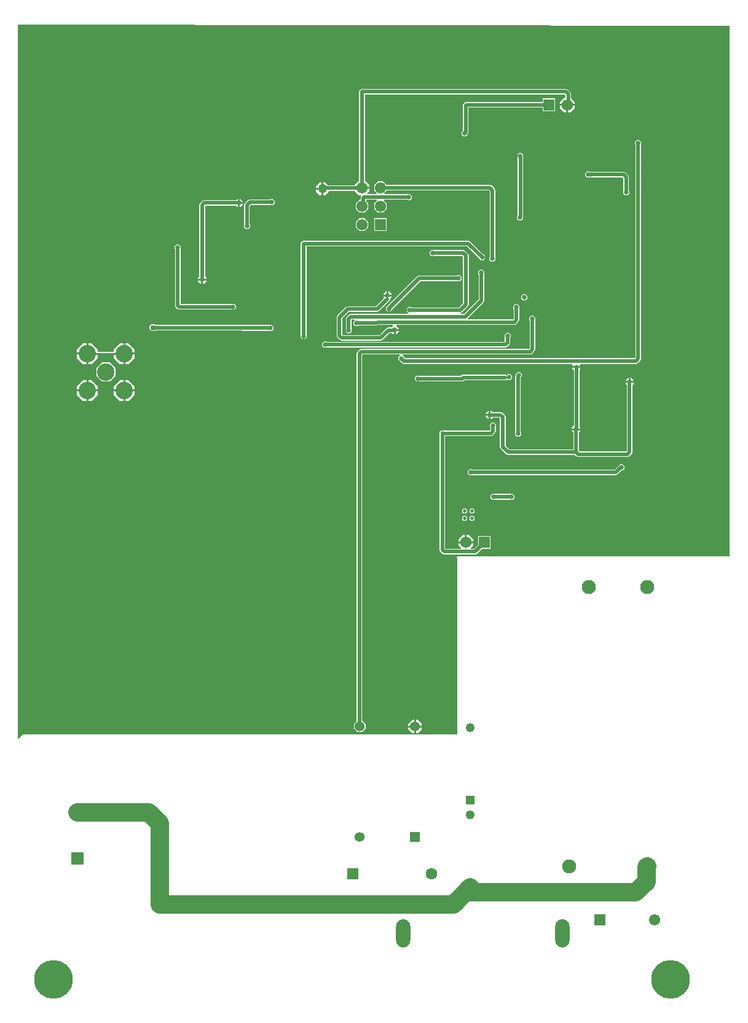
<source format=gbl>
G04*
G04 #@! TF.GenerationSoftware,Altium Limited,Altium Designer,21.3.2 (30)*
G04*
G04 Layer_Physical_Order=2*
G04 Layer_Color=16711680*
%FSLAX24Y24*%
%MOIN*%
G70*
G04*
G04 #@! TF.SameCoordinates,7650AEDF-855E-494F-9EC9-4397D0FFA18E*
G04*
G04*
G04 #@! TF.FilePolarity,Positive*
G04*
G01*
G75*
%ADD57C,0.0630*%
%ADD58R,0.0630X0.0630*%
%ADD61R,0.0618X0.0618*%
%ADD62C,0.0618*%
%ADD65R,0.0610X0.0610*%
%ADD66C,0.0610*%
%ADD67C,0.0492*%
%ADD68R,0.0492X0.0492*%
%ADD99C,0.1000*%
%ADD100C,0.0200*%
%ADD101C,0.0090*%
%ADD104C,0.0768*%
%ADD105R,0.0610X0.0610*%
%ADD106C,0.0535*%
%ADD107R,0.0535X0.0535*%
%ADD108R,0.0709X0.0709*%
%ADD109C,0.0709*%
%ADD110C,0.0945*%
%ADD111O,0.0768X0.1535*%
%ADD112C,0.2100*%
%ADD113C,0.0250*%
%ADD114C,0.0197*%
%ADD115C,0.0500*%
%ADD116C,0.0300*%
G36*
X38620Y53731D02*
X38620Y53730D01*
Y25010D01*
X38650Y24976D01*
X38630Y24930D01*
X23870D01*
X23815Y24875D01*
X23870Y24820D01*
Y15270D01*
X320D01*
X66Y15016D01*
X20Y15035D01*
Y53765D01*
X55Y53800D01*
X38620Y53731D01*
D02*
G37*
G36*
X20840Y6620D02*
X20850Y6630D01*
X20910D01*
X20840Y6620D01*
D02*
G37*
%LPC*%
G36*
X29763Y50308D02*
X18686D01*
X18579Y50263D01*
X18535Y50156D01*
Y45345D01*
X18518D01*
X18281Y45108D01*
Y45067D01*
X16858D01*
X16685Y45240D01*
X16590D01*
Y44890D01*
Y44540D01*
X16685D01*
X16890Y44745D01*
Y44763D01*
X18290D01*
X18518Y44535D01*
X18628D01*
X18651Y44485D01*
X18613Y44392D01*
Y44285D01*
X18543D01*
X18341Y44083D01*
Y43797D01*
X18543Y43595D01*
X18829D01*
X19031Y43797D01*
Y44083D01*
X18916Y44198D01*
Y44283D01*
X18936D01*
X18948Y44288D01*
X19476D01*
X19497Y44238D01*
X19341Y44083D01*
Y43797D01*
X19543Y43595D01*
X19829D01*
X20031Y43797D01*
Y44083D01*
X19876Y44238D01*
X19896Y44288D01*
X21148D01*
X21162Y44275D01*
X21298D01*
X21395Y44372D01*
Y44508D01*
X21298Y44605D01*
X21162D01*
X21148Y44592D01*
X19896D01*
X19876Y44642D01*
X20023Y44788D01*
X25569D01*
X25608Y44750D01*
Y41169D01*
X25594Y41156D01*
Y41019D01*
X25691Y40922D01*
X25828D01*
X25924Y41019D01*
Y41156D01*
X25911Y41169D01*
Y44813D01*
X25867Y44920D01*
X25739Y45047D01*
X25632Y45092D01*
X20023D01*
X19829Y45285D01*
X19543D01*
X19341Y45083D01*
Y44797D01*
X19497Y44642D01*
X19476Y44592D01*
X18981D01*
X18961Y44642D01*
X19091Y44772D01*
Y44890D01*
X18686D01*
Y44990D01*
X19091D01*
Y45108D01*
X18854Y45345D01*
X18838D01*
Y50005D01*
X29700D01*
X29728Y49976D01*
Y49843D01*
X29651D01*
X29411Y49604D01*
Y49484D01*
X30229D01*
Y49604D01*
X30032Y49801D01*
Y50039D01*
X29987Y50146D01*
X29870Y50263D01*
X29763Y50308D01*
D02*
G37*
G36*
X29169Y49783D02*
X28471D01*
Y49586D01*
X24313D01*
X24206Y49541D01*
X24161Y49434D01*
Y48025D01*
X24095Y47958D01*
Y47822D01*
X24192Y47725D01*
X24328D01*
X24425Y47822D01*
Y47848D01*
X24464Y47943D01*
Y49283D01*
X28471D01*
Y49085D01*
X29169D01*
Y49783D01*
D02*
G37*
G36*
X30229Y49384D02*
X29870D01*
Y49025D01*
X29989D01*
X30229Y49265D01*
Y49384D01*
D02*
G37*
G36*
X29770D02*
X29411D01*
Y49265D01*
X29651Y49025D01*
X29770D01*
Y49384D01*
D02*
G37*
G36*
X16490Y45240D02*
X16395D01*
X16190Y45035D01*
Y44940D01*
X16490D01*
Y45240D01*
D02*
G37*
G36*
Y44840D02*
X16190D01*
Y44745D01*
X16395Y44540D01*
X16490D01*
Y44840D01*
D02*
G37*
G36*
X31008Y45825D02*
X30872D01*
X30775Y45728D01*
Y45592D01*
X30872Y45495D01*
X31008D01*
X31025Y45511D01*
X31080Y45488D01*
X31104Y45498D01*
X32830D01*
X32858Y45470D01*
Y44782D01*
X32845Y44768D01*
Y44632D01*
X32942Y44535D01*
X33078D01*
X33175Y44632D01*
Y44768D01*
X33162Y44782D01*
Y45533D01*
X33117Y45640D01*
X33000Y45757D01*
X32893Y45802D01*
X31090D01*
X31049Y45784D01*
X31008Y45825D01*
D02*
G37*
G36*
X12103Y44345D02*
X12060D01*
Y44170D01*
X12235D01*
Y44213D01*
X12103Y44345D01*
D02*
G37*
G36*
X13858Y44325D02*
X13722D01*
X13708Y44312D01*
X12607D01*
X12500Y44267D01*
X12333Y44100D01*
X12288Y43993D01*
Y42942D01*
X12275Y42928D01*
Y42792D01*
X12372Y42695D01*
X12508D01*
X12605Y42792D01*
Y42928D01*
X12592Y42942D01*
Y43930D01*
X12670Y44008D01*
X13708D01*
X13722Y43995D01*
X13858D01*
X13955Y44092D01*
Y44228D01*
X13858Y44325D01*
D02*
G37*
G36*
X12235Y44070D02*
X12060D01*
Y43895D01*
X12103D01*
X12235Y44027D01*
Y44070D01*
D02*
G37*
G36*
X11960Y44345D02*
X11917D01*
X11843Y44272D01*
X10137D01*
X10030Y44227D01*
X9913Y44110D01*
X9868Y44003D01*
Y40117D01*
X9795Y40043D01*
Y40000D01*
X10245D01*
Y40043D01*
X10172Y40117D01*
Y43940D01*
X10200Y43968D01*
X11843D01*
X11917Y43895D01*
X11960D01*
Y44120D01*
Y44345D01*
D02*
G37*
G36*
X27338Y46835D02*
X27202D01*
X27105Y46738D01*
Y46602D01*
X27128Y46578D01*
Y43424D01*
X27095Y43391D01*
Y43254D01*
X27192Y43158D01*
X27328D01*
X27425Y43254D01*
Y43362D01*
X27432Y43378D01*
Y46598D01*
X27435Y46602D01*
Y46738D01*
X27338Y46835D01*
D02*
G37*
G36*
X20031Y43285D02*
X19341D01*
Y42595D01*
X20031D01*
Y43285D01*
D02*
G37*
G36*
X18829D02*
X18543D01*
X18341Y43083D01*
Y42797D01*
X18543Y42595D01*
X18829D01*
X19031Y42797D01*
Y43083D01*
X18829Y43285D01*
D02*
G37*
G36*
X24446Y42059D02*
X15520D01*
X15413Y42014D01*
X15368Y41907D01*
Y36962D01*
X15355Y36948D01*
Y36812D01*
X15452Y36715D01*
X15588D01*
X15685Y36812D01*
Y36948D01*
X15672Y36962D01*
Y41756D01*
X24383D01*
X25039Y41101D01*
Y41082D01*
X25135Y40985D01*
X25272D01*
X25369Y41082D01*
Y41218D01*
X25272Y41315D01*
X25253D01*
X24553Y42014D01*
X24446Y42059D01*
D02*
G37*
G36*
X23988Y40185D02*
X23852D01*
X23838Y40172D01*
X21777D01*
X21670Y40127D01*
X20901Y39358D01*
X20088Y38545D01*
X20082D01*
X19985Y38448D01*
Y38312D01*
X20082Y38215D01*
X20218D01*
X20315Y38312D01*
Y38344D01*
X21116Y39144D01*
X21116Y39144D01*
X21840Y39868D01*
X23838D01*
X23852Y39855D01*
X23988D01*
X24085Y39952D01*
Y40088D01*
X23988Y40185D01*
D02*
G37*
G36*
X10245Y39900D02*
X10070D01*
Y39725D01*
X10113D01*
X10245Y39857D01*
Y39900D01*
D02*
G37*
G36*
X9970D02*
X9795D01*
Y39857D01*
X9927Y39725D01*
X9970D01*
Y39900D01*
D02*
G37*
G36*
X20163Y39315D02*
X20120D01*
Y39140D01*
X20295D01*
Y39183D01*
X20163Y39315D01*
D02*
G37*
G36*
X20020D02*
X19977D01*
X19845Y39183D01*
Y39140D01*
X20020D01*
Y39315D01*
D02*
G37*
G36*
X27558Y39175D02*
X27422D01*
X27325Y39078D01*
Y38942D01*
X27422Y38845D01*
X27558D01*
X27655Y38942D01*
Y39078D01*
X27558Y39175D01*
D02*
G37*
G36*
X22579Y41562D02*
X22442D01*
X22346Y41466D01*
Y41329D01*
X22442Y41233D01*
X22579D01*
X22592Y41246D01*
X24123D01*
X24168Y41201D01*
Y38653D01*
X23957Y38442D01*
X21352D01*
X21338Y38455D01*
X21202D01*
X21105Y38358D01*
Y38222D01*
X21185Y38142D01*
X21164Y38092D01*
X18087D01*
X17980Y38047D01*
X17863Y37930D01*
X17818Y37823D01*
Y37272D01*
X17805Y37258D01*
Y37122D01*
X17902Y37025D01*
X18038D01*
X18135Y37122D01*
Y37258D01*
X18122Y37272D01*
Y37760D01*
X18150Y37788D01*
X18264D01*
X18285Y37738D01*
X18225Y37678D01*
Y37542D01*
X18322Y37445D01*
X18458D01*
X18472Y37458D01*
X19490D01*
X19563Y37488D01*
X20351D01*
X20360Y37438D01*
X20284Y37362D01*
X20120D01*
X20013Y37318D01*
X19637Y36942D01*
X17650D01*
X17622Y36970D01*
Y37847D01*
X17983Y38208D01*
X19520D01*
X19627Y38253D01*
X20177Y38803D01*
X20222Y38910D01*
X20218Y38919D01*
X20295Y38997D01*
Y39040D01*
X19845D01*
Y38997D01*
X19894Y38948D01*
X19457Y38512D01*
X17920D01*
X17813Y38467D01*
X17363Y38017D01*
X17318Y37910D01*
Y36907D01*
X17363Y36800D01*
X17480Y36683D01*
X17587Y36638D01*
X19700D01*
X19807Y36683D01*
X20183Y37059D01*
X20303D01*
X20367Y36995D01*
X20410D01*
Y37220D01*
X20460D01*
Y37270D01*
X20685D01*
Y37313D01*
X20560Y37438D01*
X20569Y37488D01*
X26942D01*
X27050Y37533D01*
X27167Y37650D01*
X27211Y37757D01*
Y38378D01*
X27215Y38382D01*
Y38518D01*
X27118Y38615D01*
X26982D01*
X26885Y38518D01*
Y38382D01*
X26908Y38359D01*
Y37820D01*
X26880Y37792D01*
X24418D01*
X24406Y37842D01*
X25267Y38703D01*
X25312Y38810D01*
Y40238D01*
X25325Y40252D01*
Y40388D01*
X25228Y40485D01*
X25092D01*
X24995Y40388D01*
Y40252D01*
X25008Y40238D01*
Y38873D01*
X24227Y38092D01*
X24027D01*
X24020Y38138D01*
X24127Y38183D01*
X24427Y38483D01*
X24472Y38590D01*
Y41263D01*
X24427Y41371D01*
X24293Y41505D01*
X24186Y41549D01*
X22592D01*
X22579Y41562D01*
D02*
G37*
G36*
X8768Y41865D02*
X8631D01*
X8534Y41768D01*
Y41631D01*
X8548Y41618D01*
Y38533D01*
X8592Y38426D01*
X8630Y38410D01*
X8645Y38373D01*
X8752Y38328D01*
X11598D01*
X11612Y38315D01*
X11748D01*
X11845Y38412D01*
Y38548D01*
X11748Y38645D01*
X11612D01*
X11598Y38632D01*
X8851D01*
Y41618D01*
X8864Y41631D01*
Y41768D01*
X8768Y41865D01*
D02*
G37*
G36*
X7439Y37530D02*
X7281D01*
X7170Y37419D01*
Y37261D01*
X7281Y37150D01*
X7439D01*
X7477Y37188D01*
X12179D01*
X12204Y37178D01*
X13653D01*
X13667Y37164D01*
X13803D01*
X13900Y37261D01*
Y37398D01*
X13803Y37494D01*
X13667D01*
X13653Y37481D01*
X12219D01*
X12194Y37492D01*
X7477D01*
X7439Y37530D01*
D02*
G37*
G36*
X20685Y37170D02*
X20510D01*
Y36995D01*
X20553D01*
X20685Y37127D01*
Y37170D01*
D02*
G37*
G36*
X26648Y37065D02*
X26512D01*
X26415Y36968D01*
Y36832D01*
X26428Y36818D01*
Y36600D01*
X26400Y36572D01*
X16772D01*
X16758Y36585D01*
X16622D01*
X16525Y36488D01*
Y36352D01*
X16622Y36255D01*
X16758D01*
X16772Y36268D01*
X26463D01*
X26570Y36313D01*
X26687Y36430D01*
X26732Y36537D01*
Y36818D01*
X26745Y36832D01*
Y36968D01*
X26648Y37065D01*
D02*
G37*
G36*
X5744Y36512D02*
X5557D01*
X5222Y36177D01*
Y36032D01*
X4367D01*
Y36177D01*
X4032Y36512D01*
X3844D01*
Y35940D01*
Y35368D01*
X4032D01*
X4367Y35703D01*
Y35848D01*
X5222D01*
Y35703D01*
X5557Y35368D01*
X5744D01*
Y35940D01*
Y36512D01*
D02*
G37*
G36*
X6032D02*
X5844D01*
Y35990D01*
X6367D01*
Y36177D01*
X6032Y36512D01*
D02*
G37*
G36*
X3744D02*
X3557D01*
X3222Y36177D01*
Y35990D01*
X3744D01*
Y36512D01*
D02*
G37*
G36*
X33733Y47530D02*
X33596D01*
X33500Y47433D01*
Y47296D01*
X33513Y47283D01*
Y35710D01*
X33485Y35682D01*
X21028D01*
X20980Y35729D01*
Y35748D01*
X20890Y35838D01*
X20899Y35888D01*
X27813D01*
X27920Y35933D01*
X28037Y36050D01*
X28082Y36157D01*
Y37738D01*
X28095Y37752D01*
Y37888D01*
X27998Y37985D01*
X27862D01*
X27765Y37888D01*
Y37752D01*
X27778Y37738D01*
Y36220D01*
X27750Y36192D01*
X18667D01*
X18560Y36147D01*
X18443Y36030D01*
X18398Y35923D01*
Y16397D01*
Y15953D01*
X18263Y15817D01*
Y15563D01*
X18443Y15383D01*
X18697D01*
X18877Y15563D01*
Y15817D01*
X18702Y15993D01*
Y16418D01*
X18715Y16450D01*
X18702Y16482D01*
Y35860D01*
X18730Y35888D01*
X20731D01*
X20740Y35838D01*
X20650Y35748D01*
Y35612D01*
X20747Y35515D01*
X20766D01*
X20858Y35423D01*
X20965Y35378D01*
X30100D01*
X30119Y35332D01*
X30085Y35298D01*
Y35255D01*
X30535D01*
Y35298D01*
X30501Y35332D01*
X30520Y35378D01*
X33548D01*
X33655Y35423D01*
X33772Y35540D01*
X33816Y35647D01*
Y47283D01*
X33830Y47296D01*
Y47433D01*
X33733Y47530D01*
D02*
G37*
G36*
X6367Y35890D02*
X5844D01*
Y35368D01*
X6032D01*
X6367Y35703D01*
Y35890D01*
D02*
G37*
G36*
X3744D02*
X3222D01*
Y35703D01*
X3557Y35368D01*
X3744D01*
Y35890D01*
D02*
G37*
G36*
X26708Y34825D02*
X26572D01*
X26518Y34772D01*
X26470Y34792D01*
X24177D01*
X24070Y34747D01*
X24054Y34732D01*
X21802D01*
X21788Y34745D01*
X21652D01*
X21555Y34648D01*
Y34512D01*
X21652Y34415D01*
X21788D01*
X21802Y34428D01*
X24117D01*
X24224Y34473D01*
X24240Y34488D01*
X26470D01*
X26546Y34520D01*
X26572Y34495D01*
X26708D01*
X26805Y34592D01*
Y34728D01*
X26708Y34825D01*
D02*
G37*
G36*
X33293Y34625D02*
X33250D01*
Y34450D01*
X33425D01*
Y34493D01*
X33293Y34625D01*
D02*
G37*
G36*
X33150D02*
X33107D01*
X32975Y34493D01*
Y34450D01*
X33150D01*
Y34625D01*
D02*
G37*
G36*
X5007Y35452D02*
X4582D01*
X4282Y35152D01*
Y34728D01*
X4582Y34428D01*
X5007D01*
X5307Y34728D01*
Y35152D01*
X5007Y35452D01*
D02*
G37*
G36*
X6032Y34512D02*
X5844D01*
Y33990D01*
X6367D01*
Y34177D01*
X6032Y34512D01*
D02*
G37*
G36*
X5744D02*
X5557D01*
X5222Y34177D01*
Y33990D01*
X5744D01*
Y34512D01*
D02*
G37*
G36*
X4032D02*
X3844D01*
Y33990D01*
X4367D01*
Y34177D01*
X4032Y34512D01*
D02*
G37*
G36*
X3744D02*
X3557D01*
X3222Y34177D01*
Y33990D01*
X3744D01*
Y34512D01*
D02*
G37*
G36*
X6367Y33890D02*
X5844D01*
Y33368D01*
X6032D01*
X6367Y33703D01*
Y33890D01*
D02*
G37*
G36*
X5744D02*
X5222D01*
Y33703D01*
X5557Y33368D01*
X5744D01*
Y33890D01*
D02*
G37*
G36*
X4367D02*
X3844D01*
Y33368D01*
X4032D01*
X4367Y33703D01*
Y33890D01*
D02*
G37*
G36*
X3744D02*
X3222D01*
Y33703D01*
X3557Y33368D01*
X3744D01*
Y33890D01*
D02*
G37*
G36*
X25570Y32835D02*
X25527D01*
X25395Y32703D01*
Y32660D01*
X25570D01*
Y32835D01*
D02*
G37*
G36*
Y32560D02*
X25395D01*
Y32517D01*
X25527Y32385D01*
X25570D01*
Y32560D01*
D02*
G37*
G36*
X30535Y35155D02*
X30085D01*
Y35112D01*
X30178Y35018D01*
Y32037D01*
X30065Y31923D01*
Y31880D01*
X30515D01*
Y31923D01*
X30482Y31957D01*
Y35058D01*
X30535Y35112D01*
Y35155D01*
D02*
G37*
G36*
X25858Y32195D02*
X25722D01*
X25625Y32098D01*
Y31962D01*
X25638Y31948D01*
Y31790D01*
X25610Y31762D01*
X23064D01*
X23040Y31772D01*
X22933Y31727D01*
X22888Y31620D01*
Y25300D01*
X22933Y25193D01*
X23052Y25074D01*
X23159Y25029D01*
X24811D01*
X24918Y25074D01*
X25185Y25341D01*
X25669D01*
Y26039D01*
X24971D01*
Y25555D01*
X24748Y25332D01*
X24606D01*
X24587Y25379D01*
X24729Y25521D01*
Y25640D01*
X24320D01*
X23911D01*
Y25521D01*
X24053Y25379D01*
X24034Y25332D01*
X23222D01*
X23192Y25363D01*
Y31458D01*
X25673D01*
X25780Y31503D01*
X25897Y31620D01*
X25942Y31727D01*
Y31948D01*
X25955Y31962D01*
Y32098D01*
X25858Y32195D01*
D02*
G37*
G36*
X27248Y34935D02*
X27112D01*
X27015Y34838D01*
Y34766D01*
X26998Y34726D01*
Y31682D01*
X26985Y31668D01*
Y31532D01*
X27082Y31435D01*
X27218D01*
X27315Y31532D01*
Y31668D01*
X27302Y31682D01*
Y34658D01*
X27345Y34702D01*
Y34838D01*
X27248Y34935D01*
D02*
G37*
G36*
X33425Y34350D02*
X32975D01*
Y34307D01*
X33048Y34233D01*
Y30650D01*
X33020Y30622D01*
X30470D01*
X30442Y30650D01*
Y31663D01*
X30515Y31737D01*
Y31780D01*
X30065D01*
Y31737D01*
X30138Y31663D01*
Y30739D01*
X26676D01*
X26472Y30943D01*
Y32493D01*
X26427Y32600D01*
X26310Y32717D01*
X26203Y32762D01*
X25787D01*
X25713Y32835D01*
X25670D01*
Y32610D01*
Y32385D01*
X25713D01*
X25787Y32458D01*
X26140D01*
X26168Y32430D01*
Y30880D01*
X26213Y30773D01*
X26506Y30480D01*
X26613Y30436D01*
X30227D01*
X30300Y30363D01*
X30407Y30318D01*
X33083D01*
X33190Y30363D01*
X33307Y30480D01*
X33352Y30587D01*
Y34233D01*
X33425Y34307D01*
Y34350D01*
D02*
G37*
G36*
X32808Y29925D02*
X32672D01*
X32575Y29828D01*
Y29823D01*
X32394Y29642D01*
X24662D01*
X24648Y29655D01*
X24512D01*
X24415Y29558D01*
Y29422D01*
X24512Y29325D01*
X24648D01*
X24662Y29338D01*
X32456D01*
X32564Y29383D01*
X32776Y29595D01*
X32808D01*
X32905Y29692D01*
Y29828D01*
X32808Y29925D01*
D02*
G37*
G36*
X26867Y28339D02*
X26731D01*
X26705Y28314D01*
X25890D01*
X25888Y28315D01*
X25752D01*
X25655Y28218D01*
Y28082D01*
X25752Y27985D01*
X25888D01*
X25914Y28010D01*
X26729D01*
X26731Y28009D01*
X26867D01*
X26964Y28106D01*
Y28242D01*
X26867Y28339D01*
D02*
G37*
G36*
X24704Y27525D02*
X24589D01*
X24508Y27444D01*
Y27330D01*
X24589Y27248D01*
X24704D01*
X24785Y27330D01*
Y27444D01*
X24704Y27525D01*
D02*
G37*
G36*
X24310D02*
X24196D01*
X24115Y27444D01*
Y27330D01*
X24196Y27248D01*
X24310D01*
X24392Y27330D01*
Y27444D01*
X24310Y27525D01*
D02*
G37*
G36*
X24704Y27132D02*
X24589D01*
X24508Y27050D01*
Y26936D01*
X24589Y26855D01*
X24704D01*
X24785Y26936D01*
Y27050D01*
X24704Y27132D01*
D02*
G37*
G36*
X24310D02*
X24196D01*
X24115Y27050D01*
Y26936D01*
X24196Y26855D01*
X24310D01*
X24392Y26936D01*
Y27050D01*
X24310Y27132D01*
D02*
G37*
G36*
X24489Y26099D02*
X24370D01*
Y25740D01*
X24729D01*
Y25859D01*
X24489Y26099D01*
D02*
G37*
G36*
X24270D02*
X24151D01*
X23911Y25859D01*
Y25740D01*
X24270D01*
Y26099D01*
D02*
G37*
G36*
X21722Y16057D02*
X21620D01*
Y15740D01*
X21937D01*
Y15842D01*
X21722Y16057D01*
D02*
G37*
G36*
X21520D02*
X21418D01*
X21203Y15842D01*
Y15740D01*
X21520D01*
Y16057D01*
D02*
G37*
G36*
X21937Y15640D02*
X21620D01*
Y15323D01*
X21722D01*
X21937Y15538D01*
Y15640D01*
D02*
G37*
G36*
X21520D02*
X21203D01*
Y15538D01*
X21418Y15323D01*
X21520D01*
Y15640D01*
D02*
G37*
%LPD*%
D57*
X22461Y7690D02*
D03*
D58*
X18179D02*
D03*
D61*
X28820Y49434D02*
D03*
X25320Y25690D02*
D03*
D62*
X29820Y49434D02*
D03*
X24320Y25690D02*
D03*
D65*
X31594Y5190D02*
D03*
D66*
X18686Y42940D02*
D03*
X19686Y43940D02*
D03*
Y44940D02*
D03*
X18686Y43940D02*
D03*
Y44940D02*
D03*
X34546Y5190D02*
D03*
D67*
X24570Y10909D02*
D03*
Y15627D02*
D03*
D68*
Y6972D02*
D03*
Y11690D02*
D03*
D99*
X3250Y11030D02*
X7127D01*
X7713Y6040D02*
Y10444D01*
X7127Y11030D02*
X7713Y10444D01*
Y6040D02*
X23638D01*
X24570Y6972D01*
Y6683D02*
X33524D01*
X34110Y7269D01*
Y8048D02*
X34152Y8090D01*
X34110Y7269D02*
Y8048D01*
D100*
X10020Y39950D02*
Y44003D01*
X10137Y44120D02*
X11880D01*
X10020Y44003D02*
X10137Y44120D01*
X27930Y36157D02*
Y37820D01*
X18667Y36040D02*
X27813D01*
X27930Y36157D01*
X18550Y15710D02*
Y16397D01*
Y35923D01*
Y15710D02*
X18570Y15690D01*
X18550Y35923D02*
X18667Y36040D01*
X30320Y35160D02*
Y35195D01*
Y35160D02*
X30330Y35150D01*
Y31884D02*
Y35150D01*
X30290Y31844D02*
X30330Y31884D01*
X30290Y30587D02*
Y31844D01*
X30310Y35205D02*
X30320Y35195D01*
X33548Y35530D02*
X33665Y35647D01*
X20965Y35530D02*
X33548D01*
X33665Y35647D02*
Y47365D01*
X20815Y35680D02*
X20965Y35530D01*
X32726Y29760D02*
X32740D01*
X32456Y29490D02*
X32726Y29760D01*
X24580Y29490D02*
X32456D01*
X31090Y45650D02*
X32893D01*
X33010Y44700D02*
Y45533D01*
X32893Y45650D02*
X33010Y45533D01*
X27260Y43323D02*
X27270Y43332D01*
Y43368D02*
X27280Y43378D01*
X27270Y46656D02*
X27280Y46646D01*
Y43378D02*
Y46646D01*
X27270Y43332D02*
Y43368D01*
X27270Y46656D02*
Y46670D01*
X18686Y43940D02*
X18765Y44019D01*
Y44392D01*
X18807Y44435D01*
X18936D01*
X18941Y44440D01*
X21230D01*
X24186Y41398D02*
X24320Y41263D01*
X22511Y41398D02*
X24186D01*
X16540Y44890D02*
X16565Y44915D01*
X18661D02*
X18686Y44940D01*
X16565Y44915D02*
X18661D01*
X29820Y49434D02*
X29880Y49494D01*
X29763Y50156D02*
X29880Y50039D01*
X18686Y50156D02*
X29763D01*
X29880Y49494D02*
Y50039D01*
X18686Y44940D02*
Y50156D01*
X24313Y49434D02*
X28820D01*
X24313Y47943D02*
Y49434D01*
X24260Y47890D02*
X24313Y47943D01*
X21720Y34580D02*
X24117D01*
X24177Y34640D01*
X26470D01*
X15520Y41907D02*
X24446D01*
X25204Y41150D01*
X15520Y36880D02*
Y41907D01*
X25832Y28162D02*
X26787D01*
X17920Y38360D02*
X19520D01*
X20070Y38910D01*
X17470Y37910D02*
X17920Y38360D01*
X17470Y36907D02*
X17587Y36790D01*
X17470Y36907D02*
Y37910D01*
X17587Y36790D02*
X19700D01*
X17970Y37823D02*
X18087Y37940D01*
X17970Y37190D02*
Y37823D01*
X18087Y37940D02*
X24290D01*
X20120Y37210D02*
X20450D01*
X19700Y36790D02*
X20120Y37210D01*
X20450D02*
X20460Y37220D01*
X26320Y30880D02*
X26613Y30587D01*
X30290D01*
X26320Y30880D02*
Y32493D01*
X25620Y32610D02*
X26203D01*
X26320Y32493D01*
X30290Y30587D02*
X30407Y30470D01*
X33083D01*
X33200Y30587D01*
Y34400D01*
X26580Y36537D02*
Y36900D01*
X23040Y25300D02*
Y31620D01*
X23050Y31610D01*
X25790Y31727D02*
Y32030D01*
X25673Y31610D02*
X25790Y31727D01*
X23050Y31610D02*
X25673D01*
X23040Y25300D02*
X23159Y25181D01*
X24811D01*
X25320Y25690D01*
X20150Y38393D02*
X21008Y39251D01*
X20150Y38380D02*
Y38393D01*
X21008Y39251D02*
Y39251D01*
X18390Y37610D02*
X19490D01*
X19520Y37640D01*
X26463Y36420D02*
X26580Y36537D01*
X16690Y36420D02*
X26463D01*
X19520Y37640D02*
X26942D01*
X27060Y37757D02*
Y38440D01*
X26942Y37640D02*
X27060Y37757D01*
X24290Y37940D02*
X25160Y38810D01*
X21270Y38290D02*
X24020D01*
X24320Y38590D01*
Y41263D01*
X21008Y39251D02*
X21777Y40020D01*
X25759Y41087D02*
Y44813D01*
X19686Y44940D02*
X25632D01*
X25759Y44813D01*
X21777Y40020D02*
X23920D01*
X27150Y34726D02*
X27180Y34756D01*
Y34770D01*
X27150Y31600D02*
Y34726D01*
X27050Y38450D02*
X27060Y38440D01*
X31080Y45640D02*
X31090Y45650D01*
X25160Y38810D02*
Y40320D01*
X12440Y43993D02*
X12607Y44160D01*
X12440Y42860D02*
Y43993D01*
X12607Y44160D02*
X13790D01*
X12204Y37329D02*
X13735D01*
X12194Y37340D02*
X12204Y37329D01*
X10611Y37340D02*
X12194D01*
X8699Y38533D02*
Y41700D01*
X8752Y38480D02*
X11680D01*
X7360Y37340D02*
X10611D01*
D101*
X26787Y28162D02*
X26799Y28174D01*
X25820Y28150D02*
X25832Y28162D01*
X8699Y38533D02*
X8752Y38480D01*
X18570Y16397D02*
X18623Y16450D01*
X18570Y15690D02*
Y16397D01*
X10611Y37340D02*
X10661Y37390D01*
X3794Y35940D02*
X5794D01*
D104*
X29920Y8090D02*
D03*
X31003Y23247D02*
D03*
X34152D02*
D03*
Y8090D02*
D03*
D105*
X19686Y42940D02*
D03*
D106*
X18570Y15690D02*
D03*
Y9690D02*
D03*
X21570Y15690D02*
D03*
D107*
Y9690D02*
D03*
D108*
X3250Y8530D02*
D03*
D109*
Y11030D02*
D03*
D110*
X4794Y34940D02*
D03*
X3794Y35940D02*
D03*
Y33940D02*
D03*
X5794D02*
D03*
Y35940D02*
D03*
D111*
X29570Y4456D02*
D03*
X20909D02*
D03*
D112*
X35433Y51181D02*
D03*
X1969D02*
D03*
Y1969D02*
D03*
X35433D02*
D03*
D113*
X27930Y37820D02*
D03*
X30310Y35205D02*
D03*
X24580Y29490D02*
D03*
X33010Y44700D02*
D03*
X27260Y43323D02*
D03*
X27270Y46670D02*
D03*
X21230Y44440D02*
D03*
X22511Y41398D02*
D03*
X21720Y34580D02*
D03*
X26799Y28174D02*
D03*
X20070Y39090D02*
D03*
X20460Y37220D02*
D03*
X25620Y32610D02*
D03*
X26580Y36900D02*
D03*
X26640Y34660D02*
D03*
X20815Y35680D02*
D03*
X25790Y32030D02*
D03*
X20150Y38380D02*
D03*
X18390Y37610D02*
D03*
X17970Y37190D02*
D03*
X21270Y38290D02*
D03*
X16690Y36420D02*
D03*
X25204Y41150D02*
D03*
X25759Y41087D02*
D03*
X23920Y40020D02*
D03*
X27180Y34770D02*
D03*
X27490Y39010D02*
D03*
X27050Y38450D02*
D03*
X30940Y45660D02*
D03*
X33665Y47365D02*
D03*
X33200Y34400D02*
D03*
X30290Y31830D02*
D03*
X25820Y28150D02*
D03*
X12440Y42860D02*
D03*
X12010Y44120D02*
D03*
X10020Y39950D02*
D03*
X13790Y44160D02*
D03*
X13735Y37329D02*
D03*
X8699Y41700D02*
D03*
X11680Y38480D02*
D03*
X32740Y29760D02*
D03*
X25160Y40320D02*
D03*
X15520Y36880D02*
D03*
X24260Y47890D02*
D03*
X27150Y31600D02*
D03*
D114*
X24647Y26993D02*
D03*
X24253D02*
D03*
X24647Y27387D02*
D03*
X24253D02*
D03*
D115*
X16540Y44890D02*
D03*
D116*
X7360Y37340D02*
D03*
M02*

</source>
